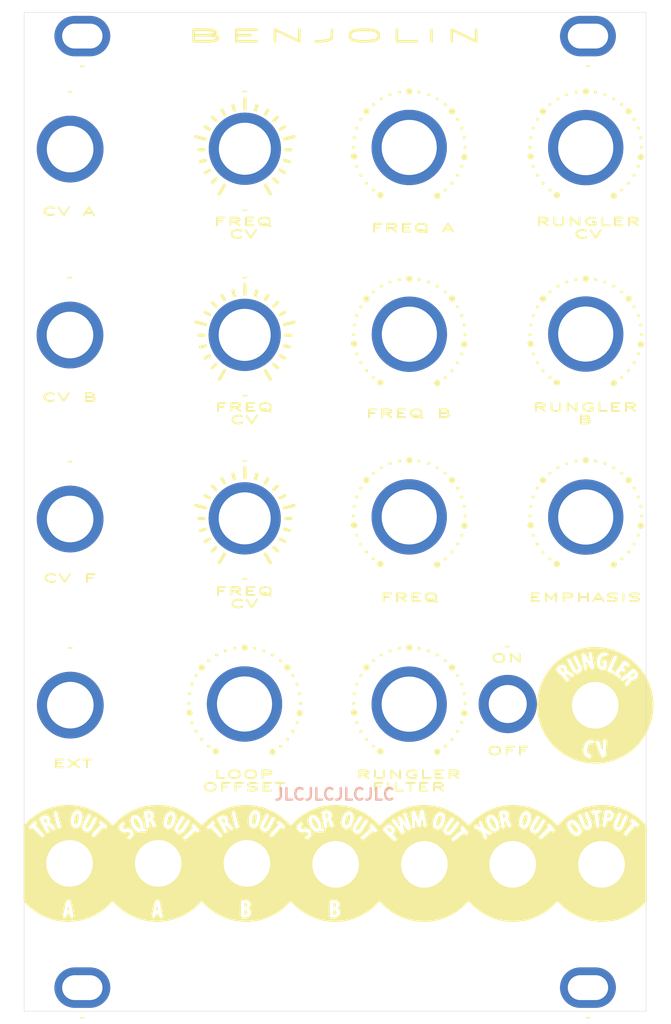
<source format=kicad_pcb>
(kicad_pcb (version 20171130) (host pcbnew "(5.1.5)-3")
  (layers (0 F.Cu signal) (31 B.Cu signal) (34 B.Paste user) (35 F.Paste user) (36 B.SilkS user) (37 F.SilkS user) (38 B.Mask user) (39 F.Mask user) (44 Edge.Cuts user))
  (net 0 "")
  (module Benjolin:Panel_Graphics_Pot_Arc_Dots_12.7mm (layer F.Cu) (at 75.254428 116.84)
    (fp_text reference ~ hide)
    (fp_text value LOGO hide)
  )
  (module Benjolin:Panel_Graphics_Pot_Arc_Dots_12.7mm (layer F.Cu) (at 96.475484 116.84)
    (fp_text reference ~ hide)
    (fp_text value LOGO hide)
  )
  (module Benjolin:Panel_Graphics_Pot_Arc_Dots_12.7mm (layer F.Cu) (at 119.220584 92.71)
    (fp_text reference ~ hide)
    (fp_text value LOGO hide)
  )
  (module Benjolin:Panel_Graphics_Pot_Arc_Dots_12.7mm (layer F.Cu) (at 96.475484 92.71)
    (fp_text reference ~ hide)
    (fp_text value LOGO hide)
  )
  (module Benjolin:Panel_Graphics_Pot_Arc_Dots_12.7mm (layer F.Cu) (at 119.220584 69.342)
    (fp_text reference ~ hide)
    (fp_text value LOGO hide)
  )
  (module Benjolin:Panel_Graphics_Pot_Arc_Dots_12.7mm (layer F.Cu) (at 96.475484 69.342)
    (fp_text reference ~ hide)
    (fp_text value LOGO hide)
  )
  (module Benjolin:Panel_Graphics_Pot_Arc_Dots_12.7mm (layer F.Cu) (at 119.220584 45.212284)
    (fp_text reference ~ hide)
    (fp_text value LOGO hide)
  )
  (module Benjolin:Panel_Graphics_Pot_Arc_Dots_12.7mm (layer F.Cu) (at 96.475484 45.212284)
    (fp_text reference ~ hide)
    (fp_text value LOGO hide)
  )
  (module KraakenStuff:Panel_Graphics_Trimmer_Arc_10mm (layer F.Cu) (at 75.311 93.472)
    (fp_text reference ~ (at 0 7.8) (layer F.SilkS))
    (fp_text value Panel_Graphics_Trimmer_Arc_10mm)
  )
  (module KraakenStuff:Panel_Graphics_Trimmer_Arc_10mm (layer F.Cu) (at 75.311 69.85)
    (fp_text reference ~ (at 0 7.8) (layer F.SilkS))
    (fp_text value Panel_Graphics_Trimmer_Arc_10mm)
  )
  (module KraakenStuff:Panel_Graphics_Trimmer_Arc_10mm (layer F.Cu) (at 75.311 45.974)
    (fp_text reference ~ (at 0 7.8) (layer F.SilkS))
    (fp_text value Panel_Graphics_Trimmer_Arc_10mm)
  )
  (module "Benjolin:Rungler CV" (layer F.Cu) (at 120.44828 117.563134)
    (fp_text reference G*** hide)
    (fp_text value LOGO hide)
  )
  (module Benjolin:Rings (layer F.Cu) (at 86.9315 137.922092)
    (fp_text reference G*** hide)
    (fp_text value LOGO hide)
  )
  (module KraakenStuff:Panel_Trimmer_6.7mm (layer F.Cu) (at 75.2968 45.8795)
    (fp_text reference ~ (at 0 -7.4) (layer F.SilkS))
    (fp_text value Panel_Trimmer_6.7mm)
    (pad "" np_thru_hole circle (at 0 0) (size 9.3 9.3) (drill 6.7) (layers *.Cu *.Mask))
  )
  (module KraakenStuff:Panel_Trimmer_6.7mm (layer F.Cu) (at 75.2757 69.8517)
    (fp_text reference ~ (at 0 -7.4) (layer F.SilkS))
    (fp_text value Panel_Trimmer_6.7mm)
    (pad "" np_thru_hole circle (at 0 0) (size 9.3 9.3) (drill 6.7) (layers *.Cu *.Mask))
  )
  (module KraakenStuff:Panel_Trimmer_6.7mm (layer F.Cu) (at 75.2757 93.4854)
    (fp_text reference ~ (at 0 -7.4) (layer F.SilkS))
    (fp_text value Panel_Trimmer_6.7mm)
    (pad "" np_thru_hole circle (at 0 0) (size 9.3 9.3) (drill 6.7) (layers *.Cu *.Mask))
  )
  (module KraakenStuff:Panel_SubSwitch_4.9mm (layer F.Cu) (at 109.1711 117.3942)
    (fp_text reference ~ (at 0 -7.4) (layer F.SilkS))
    (fp_text value Panel_SubSwitch_4.9mm)
    (pad "" np_thru_hole circle (at 0 0) (size 7.5 7.5) (drill 4.9) (layers *.Cu *.Mask))
  )
  (module KraakenStuff:Panel_Pot_7.1mm (layer F.Cu) (at 75.2545 117.3942)
    (fp_text reference ~ (at 0 -7.4) (layer F.SilkS))
    (fp_text value Panel_Pot_7.1mm)
    (pad "" np_thru_hole circle (at 0 0) (size 9.7 9.7) (drill 7.1) (layers *.Cu *.Mask))
  )
  (module KraakenStuff:Panel_Pot_7.1mm (layer F.Cu) (at 96.4762 117.4153)
    (fp_text reference ~ (at 0 -7.4) (layer F.SilkS))
    (fp_text value Panel_Pot_7.1mm)
    (pad "" np_thru_hole circle (at 0 0) (size 9.7 9.7) (drill 7.1) (layers *.Cu *.Mask))
  )
  (module KraakenStuff:Panel_Pot_7.1mm (layer F.Cu) (at 119.2213 93.3162)
    (fp_text reference ~ (at 0 -7.4) (layer F.SilkS))
    (fp_text value Panel_Pot_7.1mm)
    (pad "" np_thru_hole circle (at 0 0) (size 9.7 9.7) (drill 7.1) (layers *.Cu *.Mask))
  )
  (module KraakenStuff:Panel_Pot_7.1mm (layer F.Cu) (at 96.4762 93.295)
    (fp_text reference ~ (at 0 -7.4) (layer F.SilkS))
    (fp_text value Panel_Pot_7.1mm)
    (pad "" np_thru_hole circle (at 0 0) (size 9.7 9.7) (drill 7.1) (layers *.Cu *.Mask))
  )
  (module KraakenStuff:Panel_Pot_7.1mm (layer F.Cu) (at 119.2213 69.7459)
    (fp_text reference ~ (at 0 -7.4) (layer F.SilkS))
    (fp_text value Panel_Pot_7.1mm)
    (pad "" np_thru_hole circle (at 0 0) (size 9.7 9.7) (drill 7.1) (layers *.Cu *.Mask))
  )
  (module KraakenStuff:Panel_Pot_7.1mm (layer F.Cu) (at 96.4974 69.7671)
    (fp_text reference ~ (at 0 -7.4) (layer F.SilkS))
    (fp_text value Panel_Pot_7.1mm)
    (pad "" np_thru_hole circle (at 0 0) (size 9.7 9.7) (drill 7.1) (layers *.Cu *.Mask))
  )
  (module KraakenStuff:Panel_Pot_7.1mm (layer F.Cu) (at 119.2213 45.7314)
    (fp_text reference ~ (at 0 -7.4) (layer F.SilkS))
    (fp_text value Panel_Pot_7.1mm)
    (pad "" np_thru_hole circle (at 0 0) (size 9.7 9.7) (drill 7.1) (layers *.Cu *.Mask))
  )
  (module KraakenStuff:Panel_Pot_7.1mm (layer F.Cu) (at 96.4762 45.7102)
    (fp_text reference ~ (at 0 -7.4) (layer F.SilkS))
    (fp_text value Panel_Pot_7.1mm)
    (pad "" np_thru_hole circle (at 0 0) (size 9.7 9.7) (drill 7.1) (layers *.Cu *.Mask))
  )
  (module KraakenStuff:Panel_Thonkiconn_6mm (layer F.Cu) (at 52.7845 45.9218)
    (fp_text reference ~ (at 0 -7.4) (layer F.SilkS))
    (fp_text value Panel_Thonkiconn_6mm)
    (pad "" np_thru_hole circle (at 0 0) (size 8.6 8.6) (drill 6) (layers *.Cu *.Mask))
  )
  (module KraakenStuff:Panel_Thonkiconn_6mm (layer F.Cu) (at 52.7634 69.8729)
    (fp_text reference ~ (at 0 -7.4) (layer F.SilkS))
    (fp_text value Panel_Thonkiconn_6mm)
    (pad "" np_thru_hole circle (at 0 0) (size 8.6 8.6) (drill 6) (layers *.Cu *.Mask))
  )
  (module KraakenStuff:Panel_Thonkiconn_6mm (layer F.Cu) (at 52.7845 93.5701)
    (fp_text reference ~ (at 0 -7.4) (layer F.SilkS))
    (fp_text value Panel_Thonkiconn_6mm)
    (pad "" np_thru_hole circle (at 0 0) (size 8.6 8.6) (drill 6) (layers *.Cu *.Mask))
  )
  (module KraakenStuff:Panel_Thonkiconn_6mm (layer F.Cu) (at 120.4484 117.5635)
    (fp_text reference ~ (at 0 -7.4) (layer F.SilkS))
    (fp_text value Panel_Thonkiconn_6mm)
    (pad "" np_thru_hole circle (at 0 0) (size 8.6 8.6) (drill 6) (layers *.Cu *.Mask))
  )
  (module KraakenStuff:Panel_Thonkiconn_6mm (layer F.Cu) (at 52.8057 117.5423)
    (fp_text reference ~ (at 0 -7.4) (layer F.SilkS))
    (fp_text value Panel_Thonkiconn_6mm)
    (pad "" np_thru_hole circle (at 0 0) (size 8.6 8.6) (drill 6) (layers *.Cu *.Mask))
  )
  (module KraakenStuff:Panel_Thonkiconn_6mm (layer F.Cu) (at 121.2525 138.0446)
    (fp_text reference ~ (at 0 -7.4) (layer F.SilkS))
    (fp_text value Panel_Thonkiconn_6mm)
    (pad "" np_thru_hole circle (at 0 0) (size 8.6 8.6) (drill 6) (layers *.Cu *.Mask))
  )
  (module KraakenStuff:Panel_Thonkiconn_6mm (layer F.Cu) (at 109.8059 138.0446)
    (fp_text reference ~ (at 0 -7.4) (layer F.SilkS))
    (fp_text value Panel_Thonkiconn_6mm)
    (pad "" np_thru_hole circle (at 0 0) (size 8.6 8.6) (drill 6) (layers *.Cu *.Mask))
  )
  (module KraakenStuff:Panel_Thonkiconn_6mm (layer F.Cu) (at 98.425 138.049)
    (fp_text reference ~ (at 0 -7.4) (layer F.SilkS))
    (fp_text value Panel_Thonkiconn_6mm)
    (pad "" np_thru_hole circle (at 0 0) (size 8.6 8.6) (drill 6) (layers *.Cu *.Mask))
  )
  (module KraakenStuff:Panel_Thonkiconn_6mm (layer F.Cu) (at 86.995 138.049)
    (fp_text reference ~ (at 0 -7.4) (layer F.SilkS))
    (fp_text value Panel_Thonkiconn_6mm)
    (pad "" np_thru_hole circle (at 0 0) (size 8.6 8.6) (drill 6) (layers *.Cu *.Mask))
  )
  (module KraakenStuff:Panel_Thonkiconn_6mm (layer F.Cu) (at 75.565 137.922)
    (fp_text reference ~ (at 0 -7.4) (layer F.SilkS))
    (fp_text value Panel_Thonkiconn_6mm)
    (pad "" np_thru_hole circle (at 0 0) (size 8.6 8.6) (drill 6) (layers *.Cu *.Mask))
  )
  (module KraakenStuff:Panel_Thonkiconn_6mm (layer F.Cu) (at 64.135 137.922)
    (fp_text reference ~ (at 0 -7.4) (layer F.SilkS))
    (fp_text value Panel_Thonkiconn_6mm)
    (pad "" np_thru_hole circle (at 0 0) (size 8.6 8.6) (drill 6) (layers *.Cu *.Mask))
  )
  (module KraakenStuff:Panel_Thonkiconn_6mm (layer F.Cu) (at 52.705 137.922)
    (fp_text reference ~ (at 0 -7.4) (layer F.SilkS))
    (fp_text value Panel_Thonkiconn_6mm)
    (pad "" np_thru_hole circle (at 0 0) (size 8.6 8.6) (drill 6) (layers *.Cu *.Mask))
  )
  (module KraakenStuff:Panel_Screw_Elliptical (layer F.Cu) (at 119.507 31.369)
    (fp_text reference ~ (at 0.01016 3.85572) (layer F.SilkS))
    (fp_text value Panel_Screw_Elliptical)
    (pad "" np_thru_hole roundrect (at 0 0) (size 7.2 5.2) (drill oval 5.2 3.2) (layers *.Cu *.Mask) (roundrect_rratio 0.5))
  )
  (module KraakenStuff:Panel_Screw_Elliptical (layer F.Cu) (at 54.356 31.369)
    (fp_text reference ~ (at 0.01016 3.85572) (layer F.SilkS))
    (fp_text value Panel_Screw_Elliptical)
    (pad "" np_thru_hole roundrect (at 0 0) (size 7.2 5.2) (drill oval 5.2 3.2) (layers *.Cu *.Mask) (roundrect_rratio 0.5))
  )
  (module KraakenStuff:Panel_Screw_Elliptical (layer F.Cu) (at 119.507 153.924)
    (fp_text reference ~ (at 0.01016 3.85572) (layer F.SilkS))
    (fp_text value Panel_Screw_Elliptical)
    (pad "" np_thru_hole roundrect (at 0 0) (size 7.2 5.2) (drill oval 5.2 3.2) (layers *.Cu *.Mask) (roundrect_rratio 0.5))
  )
  (module KraakenStuff:Panel_Screw_Elliptical (layer F.Cu) (at 54.356 153.924)
    (fp_text reference ~ (at 0.01016 3.85572) (layer F.SilkS))
    (fp_text value Panel_Screw_Elliptical)
    (pad "" np_thru_hole roundrect (at 0 0) (size 7.2 5.2) (drill oval 5.2 3.2) (layers *.Cu *.Mask) (roundrect_rratio 0.5))
  )
  (gr_text JLCJLCJLCJLC (at 86.868 129.032) (layer B.SilkS) (effects (font (size 1.5 1.5) (thickness 0.3))))
  (gr_text OFF (at 109.22 123.444) (layer F.SilkS) (effects (font (size 1 2) (thickness 0.25))))
  (gr_text ON (at 109.093 111.506) (layer F.SilkS) (effects (font (size 1 2) (thickness 0.25))))
  (gr_text EXT (at 53.086 125.095) (layer F.SilkS) (effects (font (size 1 2) (thickness 0.25))))
  (gr_text "CV F" (at 52.705 101.219) (layer F.SilkS) (effects (font (size 1 2) (thickness 0.25))))
  (gr_text "LOOP\nOFFSET" (at 75.184 127.3) (layer F.SilkS) (effects (font (size 1 2) (thickness 0.25))))
  (gr_text "RUNGLER\nFILTER" (at 96.393 127.3) (layer F.SilkS) (effects (font (size 1 2) (thickness 0.25))))
  (gr_text EMPHASIS (at 119.126 103.7) (layer F.SilkS) (effects (font (size 1 2) (thickness 0.25))))
  (gr_text FREQ (at 96.52 103.7) (layer F.SilkS) (effects (font (size 1 2) (thickness 0.25))))
  (gr_text "FREQ\nCV" (at 75.184 103.7) (layer F.SilkS) (effects (font (size 1 2) (thickness 0.25))))
  (gr_text "RUNGLER\nB" (at 119.126 80) (layer F.SilkS) (effects (font (size 1 2) (thickness 0.25))))
  (gr_text "FREQ B" (at 96.393 80) (layer F.SilkS) (effects (font (size 1 2) (thickness 0.25))))
  (gr_text "FREQ\nCV" (at 75.184 80) (layer F.SilkS) (effects (font (size 1 2) (thickness 0.25))))
  (gr_text "CV B" (at 52.705 77.92) (layer F.SilkS) (effects (font (size 1 2) (thickness 0.25))))
  (gr_text "FREQ\nCV" (at 75.057 56.1) (layer F.SilkS) (effects (font (size 1 2) (thickness 0.25))))
  (gr_text "RUNGLER\nCV" (at 119.507 56.1) (layer F.SilkS) (effects (font (size 1 2) (thickness 0.25))))
  (gr_text "FREQ A\n" (at 96.901 56.1) (layer F.SilkS) (effects (font (size 1 2) (thickness 0.25))))
  (gr_text "CV A" (at 52.578 53.975) (layer F.SilkS) (effects (font (size 1 2) (thickness 0.25))))
  (gr_text BENJOLIN (at 86.9 31.369) (layer F.SilkS) (effects (font (size 1.5 5.5) (thickness 0.35))))
  (gr_line (start 46.863 156.972) (end 46.863 28.321) (layer Edge.Cuts) (width 0.05))
  (gr_line (start 127 156.972) (end 46.863 156.972) (layer Edge.Cuts) (width 0.05))
  (gr_line (start 127 28.321) (end 127 156.972) (layer Edge.Cuts) (width 0.05))
  (gr_line (start 46.863 28.321) (end 127 28.321) (layer Edge.Cuts) (width 0.05))
)
</source>
